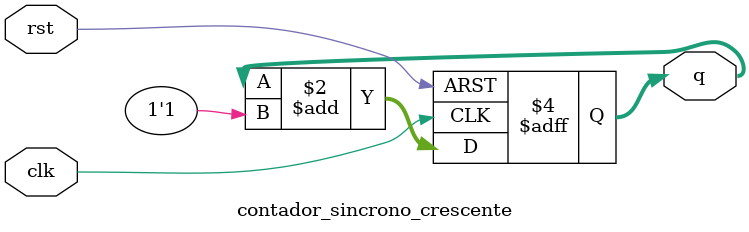
<source format=v>
module contador_sincrono_crescente (
    input  wire clk,     
    input  wire rst,    
    output reg  [3:0] q  
);
	initial q = 4'b0000;	

    always @(posedge clk or posedge rst) begin
        if (rst)
            q <= 4'b0000;          
        else
            q <= q + 1'b1;          
    end

endmodule

</source>
